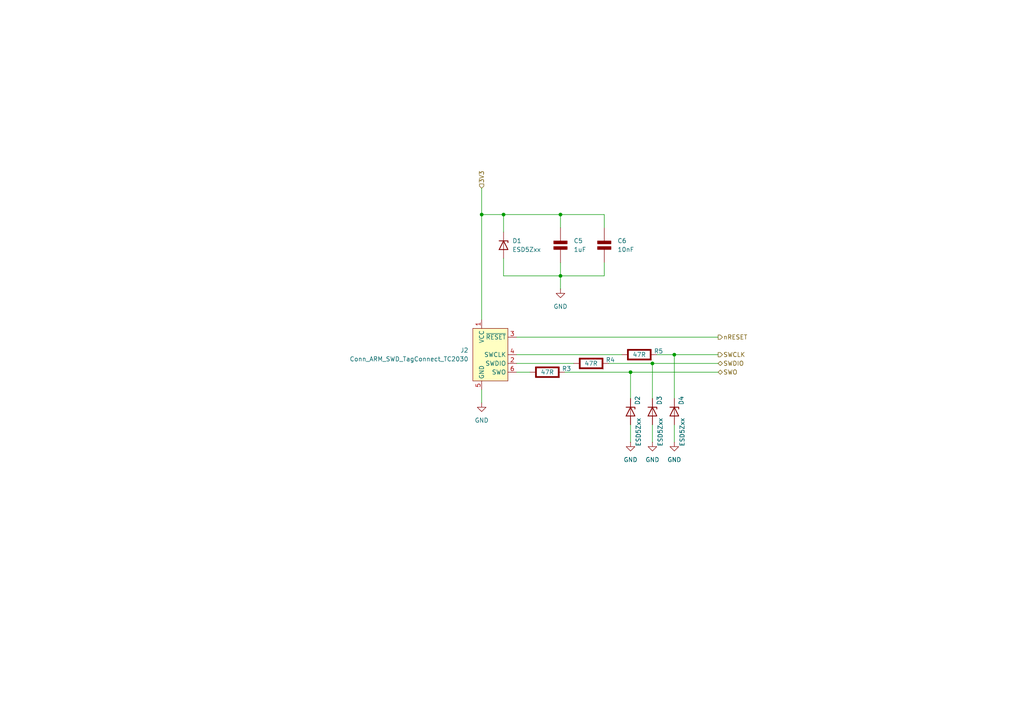
<source format=kicad_sch>
(kicad_sch (version 20250114) (generator "eeschema") (generator_version "9.0")
  (paper "A4")
  (lib_symbols
    (symbol "Connector:Conn_ARM_SWD_TagConnect_TC2030" (in_bom no)
      (property "Reference" "J" (at 2.54 11.43 0))
      (property "Value" "Conn_ARM_SWD_TagConnect_TC2030" (at 5.08 8.89 0))
      (symbol "Conn_ARM_SWD_TagConnect_TC2030_0_0"
        (pin power_in line (at -2.54 10.16 270) (length 2.54) (name "VCC") (number "1"))
        (pin power_in line (at -2.54 -10.16 90) (length 2.54) (name "GND") (number "5"))
        (pin open_collector line (at 7.62 5.08 180) (length 2.54) (name "~{RESET}") (number "3"))
        (pin output line (at 7.62 0 180) (length 2.54) (name "SWCLK") (number "4"))
        (pin bidirectional line (at 7.62 -2.54 180) (length 2.54) (name "SWDIO") (number "2"))
        (pin input line (at 7.62 -5.08 180) (length 2.54) (name "SWO") (number "6"))
      )
      (symbol "Conn_ARM_SWD_TagConnect_TC2030_0_1"
        (rectangle (start -5.08 7.62) (end 5.08 -7.62) (fill (type background)))
      )
    )
    (symbol "Diode:ESD5Zxx" (pin_numbers (hide yes)) (pin_names (hide yes))
      (property "Reference" "D" (at 0 2.54 0))
      (property "Value" "ESD5Zxx" (at 0 -2.54 0))
      (symbol "ESD5Zxx_0_1"
        (polyline (pts (xy -1.27 -1.27) (xy -1.27 1.27) (xy -0.762 1.27)) (stroke (width 0.254)))
        (polyline (pts (xy 1.27 0) (xy -1.27 0)))
        (polyline (pts (xy 1.27 -1.27) (xy 1.27 1.27) (xy -1.27 0) (xy 1.27 -1.27)) (stroke (width 0.254)))
      )
      (symbol "ESD5Zxx_1_1"
        (pin passive line (at -3.81 0 0) (length 2.54) (name "K") (number "1"))
        (pin passive line (at 3.81 0 180) (length 2.54) (name "A") (number "2"))
      )
    )
    (symbol "PCM_Elektuur:C" (pin_numbers (hide yes)) (pin_names (offset 0) (hide yes))
      (property "Reference" "C" (at 0.635 3.175 0))
      (property "Value" "C" (at 0.635 -3.175 0))
      (symbol "C_1_1"
        (rectangle (start -1.905 1.1938) (end 1.905 0.4318) (stroke (width 0.254)) (fill (type outline)))
        (rectangle (start -1.905 -0.4318) (end 1.905 -1.1938) (stroke (width 0.254)) (fill (type outline)))
        (pin passive line (at 0 5.08 270) (length 3.8862) (name "+") (number "1"))
        (pin passive line (at 0 -5.08 90) (length 3.8862) (name "-") (number "2"))
      )
      (symbol "C_1_2"
        (polyline (pts (xy -1.905 0.4318) (xy 1.905 0.4318) (xy 1.905 1.4986) (xy -1.905 1.4986) (xy -1.905 0.4318) (xy -1.8034 0.5334) (xy -1.8034 1.397) (xy 1.8034 1.397) (xy 1.8034 0.5334) (xy -1.8034 0.5334) (xy -1.905 0.4318)) (stroke (width 0.254)) (fill (type outline)))
        (polyline (pts (xy -1.905 -1.4986) (xy 1.905 -1.4986) (xy 1.905 -0.4318) (xy -1.905 -0.4318) (xy -1.905 -1.4986) (xy -1.8034 -1.397) (xy -1.8034 -0.5334) (xy 1.8034 -0.5334) (xy 1.8034 -1.397) (xy -1.8034 -1.397) (xy -1.905 -1.4986)) (stroke (width 0.254)) (fill (type outline)))
        (pin passive line (at 0 5.08 270) (length 3.5814) (name "+") (number "1"))
        (pin passive line (at 0 -5.08 90) (length 3.5814) (name "-") (number "2"))
      )
    )
    (symbol "PCM_Elektuur:R" (pin_numbers (hide yes)) (pin_names (offset 0) (hide yes))
      (property "Reference" "R" (at 2.54 3.175 0))
      (property "Value" "R" (at 0 0 90))
      (symbol "R_1_1"
        (polyline (pts (xy -1.524 -3.429) (xy 1.524 -3.429) (xy 1.524 3.429) (xy -1.524 3.429) (xy -1.524 -3.429) (xy -1.27 -3.175) (xy -1.27 3.175) (xy 1.27 3.175) (xy 1.27 -3.175) (xy -1.27 -3.175) (xy -1.524 -3.429)) (stroke (width 0.254)) (fill (type outline)))
        (pin passive line (at 0 5.08 270) (length 1.651) (name "+") (number "1"))
        (pin passive line (at 0 -5.08 90) (length 1.651) (name "-") (number "2"))
      )
      (symbol "R_1_2"
        (polyline (pts (xy -0.508 -3.429) (xy 1.524 -3.429) (xy 1.524 3.429) (xy -0.508 3.429) (xy -0.508 3.175) (xy 1.27 3.175) (xy 1.27 -3.175) (xy -0.508 -3.175) (xy -0.508 -3.429)) (stroke (width 0.254)) (fill (type outline)))
        (pin passive line (at 0 5.08 270) (length 1.651) (name "+") (number "1"))
        (pin passive line (at 0 -5.08 90) (length 1.651) (name "-") (number "2"))
      )
      (symbol "R_1_3"
        (polyline (pts (xy 0 3.4798) (xy 0 3.2004) (xy 0.7112 2.794) (xy -1.1938 1.6764) (xy 0.7112 0.5588) (xy -1.1938 -0.5588) (xy 0.7112 -1.6764) (xy -1.1938 -2.794) (xy 0 -3.4798) (xy 0 -3.2004) (xy -0.7112 -2.794) (xy 1.1938 -1.6764) (xy -0.7112 -0.5588) (xy 1.1938 0.5588) (xy -0.7112 1.6764) (xy 1.1938 2.794) (xy 0 3.4798)) (stroke (width 0.254)) (fill (type outline)))
        (pin passive line (at 0 5.08 270) (length 1.6002) (name "+") (number "1"))
        (pin passive line (at 0 -5.08 90) (length 1.6002) (name "-") (number "2"))
      )
      (symbol "R_1_4"
        (polyline (pts (xy 0 4.5466) (xy 0 4.2672) (xy 0.0508 4.2418) (xy 1.016 3.683) (xy -1.524 2.2098) (xy 1.016 0.7366) (xy -1.524 -0.7366) (xy 1.016 -2.2098) (xy -1.524 -3.683) (xy -0.0762 -4.5212) (xy 0 -4.5466) (xy 0 -4.2672) (xy -0.0508 -4.2418) (xy -1.016 -3.683) (xy 1.524 -2.2098) (xy -1.016 -0.7366) (xy 1.524 0.7366) (xy -1.016 2.2098) (xy 1.524 3.683) (xy 0.0762 4.5212) (xy 0 4.5466)) (stroke (width 0.254)) (fill (type outline)))
        (pin passive line (at 0 5.08 270) (length 0.5334) (name "+") (number "1"))
        (pin passive line (at 0 -5.08 90) (length 0.5334) (name "-") (number "2"))
      )
    )
    (symbol "power:GND" (power) (pin_numbers (hide yes)) (pin_names (offset 0) (hide yes))
      (property "Value" "GND" (at 0 -3.81 0))
      (symbol "GND_0_1"
        (polyline (pts (xy 0 0) (xy 0 -1.27) (xy 1.27 -1.27) (xy 0 -2.54) (xy -1.27 -1.27) (xy 0 -1.27)))
      )
      (symbol "GND_1_1"
        (pin power_in line (at 0 0 270) (length 0) (name "~") (number "1"))
      )
    )
  )
  (junction (at 182.88 107.95))
  (junction (at 189.23 105.41))
  (junction (at 146.05 62.23))
  (junction (at 139.7 62.23))
  (junction (at 162.56 62.23))
  (junction (at 162.56 80.01))
  (junction (at 195.58 102.87))
  (wire (pts (xy 149.86 105.41) (xy 166.37 105.41)))
  (wire (pts (xy 146.05 62.23) (xy 162.56 62.23)))
  (wire (pts (xy 176.53 105.41) (xy 189.23 105.41)))
  (wire (pts (xy 195.58 123.19) (xy 195.58 128.27)))
  (wire (pts (xy 175.26 62.23) (xy 162.56 62.23)))
  (wire (pts (xy 182.88 115.57) (xy 182.88 107.95)))
  (wire (pts (xy 162.56 80.01) (xy 162.56 83.82)))
  (wire (pts (xy 175.26 76.2) (xy 175.26 80.01)))
  (wire (pts (xy 139.7 54.61) (xy 139.7 62.23)))
  (wire (pts (xy 149.86 97.79) (xy 208.28 97.79)))
  (wire (pts (xy 190.5 102.87) (xy 195.58 102.87)))
  (wire (pts (xy 189.23 105.41) (xy 189.23 115.57)))
  (wire (pts (xy 189.23 105.41) (xy 208.28 105.41)))
  (wire (pts (xy 139.7 62.23) (xy 139.7 92.71)))
  (wire (pts (xy 195.58 102.87) (xy 195.58 115.57)))
  (wire (pts (xy 146.05 74.93) (xy 146.05 80.01)))
  (wire (pts (xy 175.26 80.01) (xy 162.56 80.01)))
  (wire (pts (xy 189.23 123.19) (xy 189.23 128.27)))
  (wire (pts (xy 139.7 113.03) (xy 139.7 116.84)))
  (wire (pts (xy 139.7 62.23) (xy 146.05 62.23)))
  (wire (pts (xy 175.26 66.04) (xy 175.26 62.23)))
  (wire (pts (xy 163.83 107.95) (xy 182.88 107.95)))
  (wire (pts (xy 146.05 80.01) (xy 162.56 80.01)))
  (wire (pts (xy 182.88 107.95) (xy 208.28 107.95)))
  (wire (pts (xy 149.86 102.87) (xy 180.34 102.87)))
  (wire (pts (xy 146.05 62.23) (xy 146.05 67.31)))
  (wire (pts (xy 162.56 80.01) (xy 162.56 76.2)))
  (wire (pts (xy 162.56 66.04) (xy 162.56 62.23)))
  (wire (pts (xy 182.88 123.19) (xy 182.88 128.27)))
  (wire (pts (xy 149.86 107.95) (xy 153.67 107.95)))
  (wire (pts (xy 195.58 102.87) (xy 208.28 102.87)))
  (hierarchical_label "3V3" (shape input) (at 139.7 54.61 90))
  (hierarchical_label "SWDIO" (shape bidirectional) (at 208.28 105.41 0))
  (hierarchical_label "SWO" (shape bidirectional) (at 208.28 107.95 0))
  (hierarchical_label "SWCLK" (shape output) (at 208.28 102.87 0))
  (hierarchical_label "nRESET" (shape output) (at 208.28 97.79 0))
  (symbol (lib_id "Diode:ESD5Zxx") (at 195.58 119.38 270) (unit 1)
    (property "Reference" "D4" (at 197.612 114.808 0) (effects (justify left)))
    (property "Value" "ESD5Zxx" (at 197.866 121.158 0) (effects (justify left)))
    (property "Footprint" "Diode_SMD:D_SOD-523" (effects (hide yes)))
    (property "Datasheet" "https://www.onsemi.com/pdf/datasheet/esd5z2.5t1-d.pdf" (effects (hide yes)))
    (property "Description" "ESD Protection Diode, SOD-523" (effects (hide yes)))
  )
  (symbol (lib_id "power:GND") (at 182.88 128.27 0) (unit 1)
    (property "Reference" "#PWR012" (effects (hide yes)))
    (property "Value" "GND" (at 182.88 133.35 0))
    (property "Description" "Power symbol creates a global label with name \"GND\" , ground" (effects (hide yes)))
  )
  (symbol (lib_id "PCM_Elektuur:C") (at 162.56 71.12 0) (unit 1)
    (property "Reference" "C5" (at 166.37 69.8499 0) (effects (justify left)))
    (property "Value" "1uF" (at 166.37 72.3899 0) (effects (justify left)))
    (property "Description" "capacitor, non-polarized/bipolar" (effects (hide yes)))
    (property "Indicator" "+" (effects (hide yes)))
    (property "Rating" "V" (effects (hide yes)))
  )
  (symbol (lib_id "PCM_Elektuur:R") (at 158.75 107.95 90) (unit 1)
    (property "Reference" "R3" (at 164.338 106.934 90))
    (property "Value" "47R" (at 158.75 107.95 90))
    (property "Description" "resistor" (effects (hide yes)))
    (property "Indicator" "+" (effects (hide yes)))
    (property "Rating" "W" (effects (hide yes)))
  )
  (symbol (lib_id "power:GND") (at 189.23 128.27 0) (unit 1)
    (property "Reference" "#PWR013" (effects (hide yes)))
    (property "Value" "GND" (at 189.23 133.35 0))
    (property "Description" "Power symbol creates a global label with name \"GND\" , ground" (effects (hide yes)))
  )
  (symbol (lib_id "PCM_Elektuur:C") (at 175.26 71.12 0) (unit 1)
    (property "Reference" "C6" (at 179.07 69.8499 0) (effects (justify left)))
    (property "Value" "10nF" (at 179.07 72.3899 0) (effects (justify left)))
    (property "Description" "capacitor, non-polarized/bipolar" (effects (hide yes)))
    (property "Indicator" "+" (effects (hide yes)))
    (property "Rating" "V" (effects (hide yes)))
  )
  (symbol (lib_id "power:GND") (at 139.7 116.84 0) (unit 1)
    (property "Reference" "#PWR010" (effects (hide yes)))
    (property "Value" "GND" (at 139.7 121.92 0))
    (property "Description" "Power symbol creates a global label with name \"GND\" , ground" (effects (hide yes)))
  )
  (symbol (lib_id "power:GND") (at 162.56 83.82 0) (unit 1)
    (property "Reference" "#PWR011" (effects (hide yes)))
    (property "Value" "GND" (at 162.56 88.9 0))
    (property "Description" "Power symbol creates a global label with name \"GND\" , ground" (effects (hide yes)))
  )
  (symbol (lib_id "Diode:ESD5Zxx") (at 146.05 71.12 270) (unit 1)
    (property "Reference" "D1" (at 148.59 69.8499 90) (effects (justify left)))
    (property "Value" "ESD5Zxx" (at 148.59 72.3899 90) (effects (justify left)))
    (property "Footprint" "Diode_SMD:D_SOD-523" (effects (hide yes)))
    (property "Datasheet" "https://www.onsemi.com/pdf/datasheet/esd5z2.5t1-d.pdf" (effects (hide yes)))
    (property "Description" "ESD Protection Diode, SOD-523" (effects (hide yes)))
  )
  (symbol (lib_id "Diode:ESD5Zxx") (at 182.88 119.38 270) (unit 1)
    (property "Reference" "D2" (at 184.912 114.808 0) (effects (justify left)))
    (property "Value" "ESD5Zxx" (at 185.166 121.158 0) (effects (justify left)))
    (property "Footprint" "Diode_SMD:D_SOD-523" (effects (hide yes)))
    (property "Datasheet" "https://www.onsemi.com/pdf/datasheet/esd5z2.5t1-d.pdf" (effects (hide yes)))
    (property "Description" "ESD Protection Diode, SOD-523" (effects (hide yes)))
  )
  (symbol (lib_id "PCM_Elektuur:R") (at 185.42 102.87 90) (unit 1)
    (property "Reference" "R5" (at 191.008 101.854 90))
    (property "Value" "47R" (at 185.42 102.87 90))
    (property "Description" "resistor" (effects (hide yes)))
    (property "Indicator" "+" (effects (hide yes)))
    (property "Rating" "W" (effects (hide yes)))
  )
  (symbol (lib_id "Diode:ESD5Zxx") (at 189.23 119.38 270) (unit 1)
    (property "Reference" "D3" (at 191.262 114.808 0) (effects (justify left)))
    (property "Value" "ESD5Zxx" (at 191.516 121.158 0) (effects (justify left)))
    (property "Footprint" "Diode_SMD:D_SOD-523" (effects (hide yes)))
    (property "Datasheet" "https://www.onsemi.com/pdf/datasheet/esd5z2.5t1-d.pdf" (effects (hide yes)))
    (property "Description" "ESD Protection Diode, SOD-523" (effects (hide yes)))
  )
  (symbol (lib_id "power:GND") (at 195.58 128.27 0) (unit 1)
    (property "Reference" "#PWR014" (effects (hide yes)))
    (property "Value" "GND" (at 195.58 133.35 0))
    (property "Description" "Power symbol creates a global label with name \"GND\" , ground" (effects (hide yes)))
  )
  (symbol (lib_id "PCM_Elektuur:R") (at 171.45 105.41 90) (unit 1)
    (property "Reference" "R4" (at 177.038 104.394 90))
    (property "Value" "47R" (at 171.45 105.41 90))
    (property "Description" "resistor" (effects (hide yes)))
    (property "Indicator" "+" (effects (hide yes)))
    (property "Rating" "W" (effects (hide yes)))
  )
  (symbol (lib_id "Connector:Conn_ARM_SWD_TagConnect_TC2030") (at 142.24 102.87 0) (unit 1) (in_bom no)
    (property "Reference" "J2" (at 135.89 101.5999 0) (effects (justify right)))
    (property "Value" "Conn_ARM_SWD_TagConnect_TC2030" (at 135.89 104.1399 0) (effects (justify right)))
    (property "Footprint" "Connector:Tag-Connect_TC2030-IDC-FP_2x03_P1.27mm_Vertical" (effects (hide yes)))
    (property "Datasheet" "https://www.tag-connect.com/wp-content/uploads/bsk-pdf-manager/TC2030-CTX_1.pdf" (effects (hide yes)))
    (property "Description" "Tag-Connect ARM Cortex SWD JTAG connector, 6 pin" (effects (hide yes)))
  )
)
</source>
